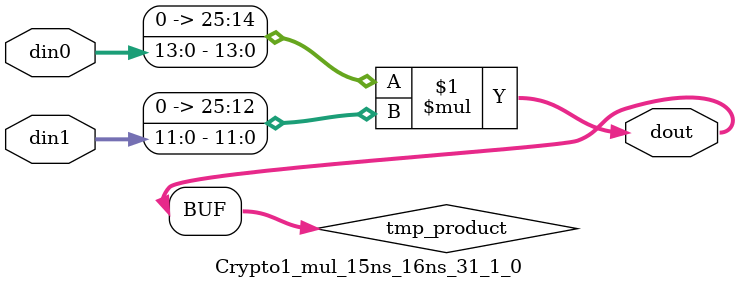
<source format=v>

`timescale 1 ns / 1 ps

  module Crypto1_mul_15ns_16ns_31_1_0(din0, din1, dout);
parameter ID = 1;
parameter NUM_STAGE = 0;
parameter din0_WIDTH = 14;
parameter din1_WIDTH = 12;
parameter dout_WIDTH = 26;

input [din0_WIDTH - 1 : 0] din0; 
input [din1_WIDTH - 1 : 0] din1; 
output [dout_WIDTH - 1 : 0] dout;

wire signed [dout_WIDTH - 1 : 0] tmp_product;










assign tmp_product = $signed({1'b0, din0}) * $signed({1'b0, din1});











assign dout = tmp_product;







endmodule

</source>
